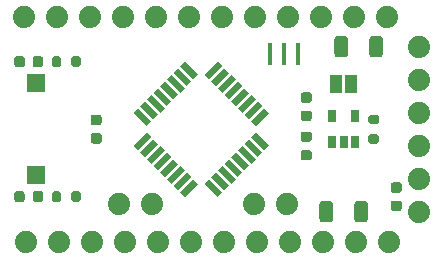
<source format=gbr>
%TF.GenerationSoftware,KiCad,Pcbnew,5.1.10-88a1d61d58~90~ubuntu20.04.1*%
%TF.CreationDate,2021-12-16T23:27:53-03:00*%
%TF.ProjectId,projeto-final,70726f6a-6574-46f2-9d66-696e616c2e6b,rev?*%
%TF.SameCoordinates,Original*%
%TF.FileFunction,Soldermask,Top*%
%TF.FilePolarity,Negative*%
%FSLAX46Y46*%
G04 Gerber Fmt 4.6, Leading zero omitted, Abs format (unit mm)*
G04 Created by KiCad (PCBNEW 5.1.10-88a1d61d58~90~ubuntu20.04.1) date 2021-12-16 23:27:53*
%MOMM*%
%LPD*%
G01*
G04 APERTURE LIST*
%ADD10C,1.879600*%
%ADD11R,1.500000X1.500000*%
%ADD12C,0.100000*%
%ADD13R,0.400000X1.900000*%
%ADD14R,0.635000X1.066800*%
%ADD15R,1.000000X1.500000*%
G04 APERTURE END LIST*
%TO.C,C1*%
G36*
G01*
X152770000Y-83804999D02*
X152770000Y-85105001D01*
G75*
G02*
X152520001Y-85355000I-249999J0D01*
G01*
X151869999Y-85355000D01*
G75*
G02*
X151620000Y-85105001I0J249999D01*
G01*
X151620000Y-83804999D01*
G75*
G02*
X151869999Y-83555000I249999J0D01*
G01*
X152520001Y-83555000D01*
G75*
G02*
X152770000Y-83804999I0J-249999D01*
G01*
G37*
G36*
G01*
X155720000Y-83804999D02*
X155720000Y-85105001D01*
G75*
G02*
X155470001Y-85355000I-249999J0D01*
G01*
X154819999Y-85355000D01*
G75*
G02*
X154570000Y-85105001I0J249999D01*
G01*
X154570000Y-83804999D01*
G75*
G02*
X154819999Y-83555000I249999J0D01*
G01*
X155470001Y-83555000D01*
G75*
G02*
X155720000Y-83804999I0J-249999D01*
G01*
G37*
%TD*%
%TO.C,C2*%
G36*
G01*
X155840000Y-71135001D02*
X155840000Y-69834999D01*
G75*
G02*
X156089999Y-69585000I249999J0D01*
G01*
X156740001Y-69585000D01*
G75*
G02*
X156990000Y-69834999I0J-249999D01*
G01*
X156990000Y-71135001D01*
G75*
G02*
X156740001Y-71385000I-249999J0D01*
G01*
X156089999Y-71385000D01*
G75*
G02*
X155840000Y-71135001I0J249999D01*
G01*
G37*
G36*
G01*
X152890000Y-71135001D02*
X152890000Y-69834999D01*
G75*
G02*
X153139999Y-69585000I249999J0D01*
G01*
X153790001Y-69585000D01*
G75*
G02*
X154040000Y-69834999I0J-249999D01*
G01*
X154040000Y-71135001D01*
G75*
G02*
X153790001Y-71385000I-249999J0D01*
G01*
X153139999Y-71385000D01*
G75*
G02*
X152890000Y-71135001I0J249999D01*
G01*
G37*
%TD*%
%TO.C,C3*%
G36*
G01*
X150745000Y-75240000D02*
X150245000Y-75240000D01*
G75*
G02*
X150020000Y-75015000I0J225000D01*
G01*
X150020000Y-74565000D01*
G75*
G02*
X150245000Y-74340000I225000J0D01*
G01*
X150745000Y-74340000D01*
G75*
G02*
X150970000Y-74565000I0J-225000D01*
G01*
X150970000Y-75015000D01*
G75*
G02*
X150745000Y-75240000I-225000J0D01*
G01*
G37*
G36*
G01*
X150745000Y-76790000D02*
X150245000Y-76790000D01*
G75*
G02*
X150020000Y-76565000I0J225000D01*
G01*
X150020000Y-76115000D01*
G75*
G02*
X150245000Y-75890000I225000J0D01*
G01*
X150745000Y-75890000D01*
G75*
G02*
X150970000Y-76115000I0J-225000D01*
G01*
X150970000Y-76565000D01*
G75*
G02*
X150745000Y-76790000I-225000J0D01*
G01*
G37*
%TD*%
%TO.C,C4*%
G36*
G01*
X126675000Y-71505000D02*
X126675000Y-72005000D01*
G75*
G02*
X126450000Y-72230000I-225000J0D01*
G01*
X126000000Y-72230000D01*
G75*
G02*
X125775000Y-72005000I0J225000D01*
G01*
X125775000Y-71505000D01*
G75*
G02*
X126000000Y-71280000I225000J0D01*
G01*
X126450000Y-71280000D01*
G75*
G02*
X126675000Y-71505000I0J-225000D01*
G01*
G37*
G36*
G01*
X128225000Y-71505000D02*
X128225000Y-72005000D01*
G75*
G02*
X128000000Y-72230000I-225000J0D01*
G01*
X127550000Y-72230000D01*
G75*
G02*
X127325000Y-72005000I0J225000D01*
G01*
X127325000Y-71505000D01*
G75*
G02*
X127550000Y-71280000I225000J0D01*
G01*
X128000000Y-71280000D01*
G75*
G02*
X128225000Y-71505000I0J-225000D01*
G01*
G37*
%TD*%
%TO.C,C5*%
G36*
G01*
X132465000Y-77795000D02*
X132965000Y-77795000D01*
G75*
G02*
X133190000Y-78020000I0J-225000D01*
G01*
X133190000Y-78470000D01*
G75*
G02*
X132965000Y-78695000I-225000J0D01*
G01*
X132465000Y-78695000D01*
G75*
G02*
X132240000Y-78470000I0J225000D01*
G01*
X132240000Y-78020000D01*
G75*
G02*
X132465000Y-77795000I225000J0D01*
G01*
G37*
G36*
G01*
X132465000Y-76245000D02*
X132965000Y-76245000D01*
G75*
G02*
X133190000Y-76470000I0J-225000D01*
G01*
X133190000Y-76920000D01*
G75*
G02*
X132965000Y-77145000I-225000J0D01*
G01*
X132465000Y-77145000D01*
G75*
G02*
X132240000Y-76920000I0J225000D01*
G01*
X132240000Y-76470000D01*
G75*
G02*
X132465000Y-76245000I225000J0D01*
G01*
G37*
%TD*%
%TO.C,C6*%
G36*
G01*
X157865000Y-81960000D02*
X158365000Y-81960000D01*
G75*
G02*
X158590000Y-82185000I0J-225000D01*
G01*
X158590000Y-82635000D01*
G75*
G02*
X158365000Y-82860000I-225000J0D01*
G01*
X157865000Y-82860000D01*
G75*
G02*
X157640000Y-82635000I0J225000D01*
G01*
X157640000Y-82185000D01*
G75*
G02*
X157865000Y-81960000I225000J0D01*
G01*
G37*
G36*
G01*
X157865000Y-83510000D02*
X158365000Y-83510000D01*
G75*
G02*
X158590000Y-83735000I0J-225000D01*
G01*
X158590000Y-84185000D01*
G75*
G02*
X158365000Y-84410000I-225000J0D01*
G01*
X157865000Y-84410000D01*
G75*
G02*
X157640000Y-84185000I0J225000D01*
G01*
X157640000Y-83735000D01*
G75*
G02*
X157865000Y-83510000I225000J0D01*
G01*
G37*
%TD*%
%TO.C,D1*%
G36*
G01*
X150751250Y-78542500D02*
X150238750Y-78542500D01*
G75*
G02*
X150020000Y-78323750I0J218750D01*
G01*
X150020000Y-77886250D01*
G75*
G02*
X150238750Y-77667500I218750J0D01*
G01*
X150751250Y-77667500D01*
G75*
G02*
X150970000Y-77886250I0J-218750D01*
G01*
X150970000Y-78323750D01*
G75*
G02*
X150751250Y-78542500I-218750J0D01*
G01*
G37*
G36*
G01*
X150751250Y-80117500D02*
X150238750Y-80117500D01*
G75*
G02*
X150020000Y-79898750I0J218750D01*
G01*
X150020000Y-79461250D01*
G75*
G02*
X150238750Y-79242500I218750J0D01*
G01*
X150751250Y-79242500D01*
G75*
G02*
X150970000Y-79461250I0J-218750D01*
G01*
X150970000Y-79898750D01*
G75*
G02*
X150751250Y-80117500I-218750J0D01*
G01*
G37*
%TD*%
D10*
%TO.C,J1*%
X160020000Y-84455000D03*
X160020000Y-81661000D03*
X160020000Y-78867000D03*
X160020000Y-76073000D03*
X160020000Y-73279000D03*
X160020000Y-70485000D03*
%TD*%
%TO.C,J2*%
X157353000Y-67945000D03*
X154559000Y-67945000D03*
X151765000Y-67945000D03*
X148971000Y-67945000D03*
X146177000Y-67945000D03*
X143383000Y-67945000D03*
X140589000Y-67945000D03*
X137795000Y-67945000D03*
X135001000Y-67945000D03*
X132207000Y-67945000D03*
X129413000Y-67945000D03*
X126619000Y-67945000D03*
%TD*%
%TO.C,J3*%
X148844000Y-83820000D03*
X146050000Y-83820000D03*
%TD*%
%TO.C,J4*%
X126746000Y-86995000D03*
X129540000Y-86995000D03*
X132334000Y-86995000D03*
X135128000Y-86995000D03*
X137922000Y-86995000D03*
X140716000Y-86995000D03*
X143510000Y-86995000D03*
X146304000Y-86995000D03*
X149098000Y-86995000D03*
X151892000Y-86995000D03*
X154686000Y-86995000D03*
X157480000Y-86995000D03*
%TD*%
%TO.C,J5*%
X137414000Y-83820000D03*
X134620000Y-83820000D03*
%TD*%
%TO.C,R3*%
G36*
G01*
X130600000Y-83460000D02*
X130600000Y-82910000D01*
G75*
G02*
X130800000Y-82710000I200000J0D01*
G01*
X131200000Y-82710000D01*
G75*
G02*
X131400000Y-82910000I0J-200000D01*
G01*
X131400000Y-83460000D01*
G75*
G02*
X131200000Y-83660000I-200000J0D01*
G01*
X130800000Y-83660000D01*
G75*
G02*
X130600000Y-83460000I0J200000D01*
G01*
G37*
G36*
G01*
X128950000Y-83460000D02*
X128950000Y-82910000D01*
G75*
G02*
X129150000Y-82710000I200000J0D01*
G01*
X129550000Y-82710000D01*
G75*
G02*
X129750000Y-82910000I0J-200000D01*
G01*
X129750000Y-83460000D01*
G75*
G02*
X129550000Y-83660000I-200000J0D01*
G01*
X129150000Y-83660000D01*
G75*
G02*
X128950000Y-83460000I0J200000D01*
G01*
G37*
%TD*%
D11*
%TO.C,SW1*%
X127635000Y-73570000D03*
X127635000Y-81370000D03*
%TD*%
D12*
%TO.C,U2*%
G36*
X145829963Y-78124074D02*
G01*
X146218872Y-77735165D01*
X147350243Y-78866536D01*
X146961334Y-79255445D01*
X145829963Y-78124074D01*
G37*
G36*
X145264277Y-78689759D02*
G01*
X145653186Y-78300850D01*
X146784557Y-79432221D01*
X146395648Y-79821130D01*
X145264277Y-78689759D01*
G37*
G36*
X144698592Y-79255445D02*
G01*
X145087501Y-78866536D01*
X146218872Y-79997907D01*
X145829963Y-80386816D01*
X144698592Y-79255445D01*
G37*
G36*
X144132907Y-79821130D02*
G01*
X144521816Y-79432221D01*
X145653187Y-80563592D01*
X145264278Y-80952501D01*
X144132907Y-79821130D01*
G37*
G36*
X143567221Y-80386816D02*
G01*
X143956130Y-79997907D01*
X145087501Y-81129278D01*
X144698592Y-81518187D01*
X143567221Y-80386816D01*
G37*
G36*
X143001536Y-80952501D02*
G01*
X143390445Y-80563592D01*
X144521816Y-81694963D01*
X144132907Y-82083872D01*
X143001536Y-80952501D01*
G37*
G36*
X142435850Y-81518186D02*
G01*
X142824759Y-81129277D01*
X143956130Y-82260648D01*
X143567221Y-82649557D01*
X142435850Y-81518186D01*
G37*
G36*
X141870165Y-82083872D02*
G01*
X142259074Y-81694963D01*
X143390445Y-82826334D01*
X143001536Y-83215243D01*
X141870165Y-82083872D01*
G37*
G36*
X140950926Y-81694963D02*
G01*
X141339835Y-82083872D01*
X140208464Y-83215243D01*
X139819555Y-82826334D01*
X140950926Y-81694963D01*
G37*
G36*
X140385241Y-81129277D02*
G01*
X140774150Y-81518186D01*
X139642779Y-82649557D01*
X139253870Y-82260648D01*
X140385241Y-81129277D01*
G37*
G36*
X139819555Y-80563592D02*
G01*
X140208464Y-80952501D01*
X139077093Y-82083872D01*
X138688184Y-81694963D01*
X139819555Y-80563592D01*
G37*
G36*
X139253870Y-79997907D02*
G01*
X139642779Y-80386816D01*
X138511408Y-81518187D01*
X138122499Y-81129278D01*
X139253870Y-79997907D01*
G37*
G36*
X138688184Y-79432221D02*
G01*
X139077093Y-79821130D01*
X137945722Y-80952501D01*
X137556813Y-80563592D01*
X138688184Y-79432221D01*
G37*
G36*
X138122499Y-78866536D02*
G01*
X138511408Y-79255445D01*
X137380037Y-80386816D01*
X136991128Y-79997907D01*
X138122499Y-78866536D01*
G37*
G36*
X137556814Y-78300850D02*
G01*
X137945723Y-78689759D01*
X136814352Y-79821130D01*
X136425443Y-79432221D01*
X137556814Y-78300850D01*
G37*
G36*
X136991128Y-77735165D02*
G01*
X137380037Y-78124074D01*
X136248666Y-79255445D01*
X135859757Y-78866536D01*
X136991128Y-77735165D01*
G37*
G36*
X135859757Y-76073464D02*
G01*
X136248666Y-75684555D01*
X137380037Y-76815926D01*
X136991128Y-77204835D01*
X135859757Y-76073464D01*
G37*
G36*
X136425443Y-75507779D02*
G01*
X136814352Y-75118870D01*
X137945723Y-76250241D01*
X137556814Y-76639150D01*
X136425443Y-75507779D01*
G37*
G36*
X136991128Y-74942093D02*
G01*
X137380037Y-74553184D01*
X138511408Y-75684555D01*
X138122499Y-76073464D01*
X136991128Y-74942093D01*
G37*
G36*
X137556813Y-74376408D02*
G01*
X137945722Y-73987499D01*
X139077093Y-75118870D01*
X138688184Y-75507779D01*
X137556813Y-74376408D01*
G37*
G36*
X138122499Y-73810722D02*
G01*
X138511408Y-73421813D01*
X139642779Y-74553184D01*
X139253870Y-74942093D01*
X138122499Y-73810722D01*
G37*
G36*
X138688184Y-73245037D02*
G01*
X139077093Y-72856128D01*
X140208464Y-73987499D01*
X139819555Y-74376408D01*
X138688184Y-73245037D01*
G37*
G36*
X139253870Y-72679352D02*
G01*
X139642779Y-72290443D01*
X140774150Y-73421814D01*
X140385241Y-73810723D01*
X139253870Y-72679352D01*
G37*
G36*
X139819555Y-72113666D02*
G01*
X140208464Y-71724757D01*
X141339835Y-72856128D01*
X140950926Y-73245037D01*
X139819555Y-72113666D01*
G37*
G36*
X143001536Y-71724757D02*
G01*
X143390445Y-72113666D01*
X142259074Y-73245037D01*
X141870165Y-72856128D01*
X143001536Y-71724757D01*
G37*
G36*
X143567221Y-72290443D02*
G01*
X143956130Y-72679352D01*
X142824759Y-73810723D01*
X142435850Y-73421814D01*
X143567221Y-72290443D01*
G37*
G36*
X144132907Y-72856128D02*
G01*
X144521816Y-73245037D01*
X143390445Y-74376408D01*
X143001536Y-73987499D01*
X144132907Y-72856128D01*
G37*
G36*
X144698592Y-73421813D02*
G01*
X145087501Y-73810722D01*
X143956130Y-74942093D01*
X143567221Y-74553184D01*
X144698592Y-73421813D01*
G37*
G36*
X145264278Y-73987499D02*
G01*
X145653187Y-74376408D01*
X144521816Y-75507779D01*
X144132907Y-75118870D01*
X145264278Y-73987499D01*
G37*
G36*
X145829963Y-74553184D02*
G01*
X146218872Y-74942093D01*
X145087501Y-76073464D01*
X144698592Y-75684555D01*
X145829963Y-74553184D01*
G37*
G36*
X146395648Y-75118870D02*
G01*
X146784557Y-75507779D01*
X145653186Y-76639150D01*
X145264277Y-76250241D01*
X146395648Y-75118870D01*
G37*
G36*
X146961334Y-75684555D02*
G01*
X147350243Y-76073464D01*
X146218872Y-77204835D01*
X145829963Y-76815926D01*
X146961334Y-75684555D01*
G37*
%TD*%
D13*
%TO.C,Y1*%
X149796200Y-71094600D03*
X148596200Y-71094600D03*
X147396200Y-71094600D03*
%TD*%
D14*
%TO.C,U1*%
X154619960Y-76370180D03*
X152720040Y-76370180D03*
X154619960Y-78569820D03*
X153670000Y-78569820D03*
X152720040Y-78569820D03*
%TD*%
%TO.C,D2*%
G36*
G01*
X127350000Y-83441250D02*
X127350000Y-82928750D01*
G75*
G02*
X127568750Y-82710000I218750J0D01*
G01*
X128006250Y-82710000D01*
G75*
G02*
X128225000Y-82928750I0J-218750D01*
G01*
X128225000Y-83441250D01*
G75*
G02*
X128006250Y-83660000I-218750J0D01*
G01*
X127568750Y-83660000D01*
G75*
G02*
X127350000Y-83441250I0J218750D01*
G01*
G37*
G36*
G01*
X125775000Y-83441250D02*
X125775000Y-82928750D01*
G75*
G02*
X125993750Y-82710000I218750J0D01*
G01*
X126431250Y-82710000D01*
G75*
G02*
X126650000Y-82928750I0J-218750D01*
G01*
X126650000Y-83441250D01*
G75*
G02*
X126431250Y-83660000I-218750J0D01*
G01*
X125993750Y-83660000D01*
G75*
G02*
X125775000Y-83441250I0J218750D01*
G01*
G37*
%TD*%
%TO.C,R1*%
G36*
G01*
X155935000Y-77895000D02*
X156485000Y-77895000D01*
G75*
G02*
X156685000Y-78095000I0J-200000D01*
G01*
X156685000Y-78495000D01*
G75*
G02*
X156485000Y-78695000I-200000J0D01*
G01*
X155935000Y-78695000D01*
G75*
G02*
X155735000Y-78495000I0J200000D01*
G01*
X155735000Y-78095000D01*
G75*
G02*
X155935000Y-77895000I200000J0D01*
G01*
G37*
G36*
G01*
X155935000Y-76245000D02*
X156485000Y-76245000D01*
G75*
G02*
X156685000Y-76445000I0J-200000D01*
G01*
X156685000Y-76845000D01*
G75*
G02*
X156485000Y-77045000I-200000J0D01*
G01*
X155935000Y-77045000D01*
G75*
G02*
X155735000Y-76845000I0J200000D01*
G01*
X155735000Y-76445000D01*
G75*
G02*
X155935000Y-76245000I200000J0D01*
G01*
G37*
%TD*%
%TO.C,R2*%
G36*
G01*
X129750000Y-71480000D02*
X129750000Y-72030000D01*
G75*
G02*
X129550000Y-72230000I-200000J0D01*
G01*
X129150000Y-72230000D01*
G75*
G02*
X128950000Y-72030000I0J200000D01*
G01*
X128950000Y-71480000D01*
G75*
G02*
X129150000Y-71280000I200000J0D01*
G01*
X129550000Y-71280000D01*
G75*
G02*
X129750000Y-71480000I0J-200000D01*
G01*
G37*
G36*
G01*
X131400000Y-71480000D02*
X131400000Y-72030000D01*
G75*
G02*
X131200000Y-72230000I-200000J0D01*
G01*
X130800000Y-72230000D01*
G75*
G02*
X130600000Y-72030000I0J200000D01*
G01*
X130600000Y-71480000D01*
G75*
G02*
X130800000Y-71280000I200000J0D01*
G01*
X131200000Y-71280000D01*
G75*
G02*
X131400000Y-71480000I0J-200000D01*
G01*
G37*
%TD*%
D15*
%TO.C,JP1*%
X154320000Y-73660000D03*
X153020000Y-73660000D03*
%TD*%
M02*

</source>
